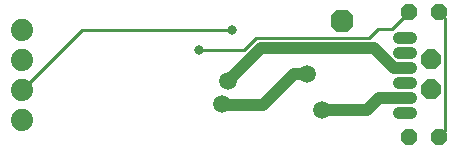
<source format=gbr>
G04 EAGLE Gerber RS-274X export*
G75*
%MOMM*%
%FSLAX34Y34*%
%LPD*%
%INBottom Copper*%
%IPPOS*%
%AMOC8*
5,1,8,0,0,1.08239X$1,22.5*%
G01*
%ADD10C,1.008000*%
%ADD11P,1.814519X8X112.500000*%
%ADD12C,1.879600*%
%ADD13P,1.429621X8X22.500000*%
%ADD14P,2.089446X8X292.500000*%
%ADD15C,1.500000*%
%ADD16C,1.016000*%
%ADD17C,0.812800*%
%ADD18C,0.254000*%
%ADD19C,0.806400*%


D10*
X337060Y52450D02*
X347140Y52450D01*
X347140Y65150D02*
X337060Y65150D01*
X337060Y77850D02*
X347140Y77850D01*
X347140Y90550D02*
X337060Y90550D01*
X337060Y103250D02*
X347140Y103250D01*
X347140Y115950D02*
X337060Y115950D01*
D11*
X364000Y72300D03*
X364000Y97700D03*
D12*
X18000Y123000D03*
X18000Y97600D03*
X18000Y72200D03*
X18000Y46800D03*
D13*
X345300Y138000D03*
X370700Y138000D03*
X345300Y32000D03*
X370700Y32000D03*
D14*
X289000Y130000D03*
D15*
X272000Y55150D03*
D16*
X310100Y55150D02*
X320100Y65150D01*
X342100Y65150D01*
X310100Y55150D02*
X272000Y55150D01*
X259000Y85000D02*
X248000Y85000D01*
X222000Y59000D01*
X188000Y59000D01*
X187000Y60000D01*
D15*
X187000Y60000D03*
X259000Y85000D03*
X192000Y79000D03*
D16*
X220000Y107000D02*
X316280Y107000D01*
X332658Y90622D01*
X342028Y90622D01*
D17*
X342100Y90550D01*
D16*
X220000Y107000D02*
X192000Y79000D01*
D18*
X370700Y138000D02*
X376000Y132700D01*
X376000Y37300D02*
X370700Y32000D01*
X376000Y37300D02*
X376000Y132700D01*
D19*
X168000Y106000D03*
D18*
X206068Y106000D02*
X216212Y116144D01*
X319815Y123784D02*
X331084Y123784D01*
X345300Y138000D01*
X312175Y116144D02*
X216212Y116144D01*
X312175Y116144D02*
X319815Y123784D01*
X206068Y106000D02*
X168000Y106000D01*
D19*
X196000Y123000D03*
D18*
X68800Y123000D02*
X18000Y72200D01*
X68800Y123000D02*
X196000Y123000D01*
M02*

</source>
